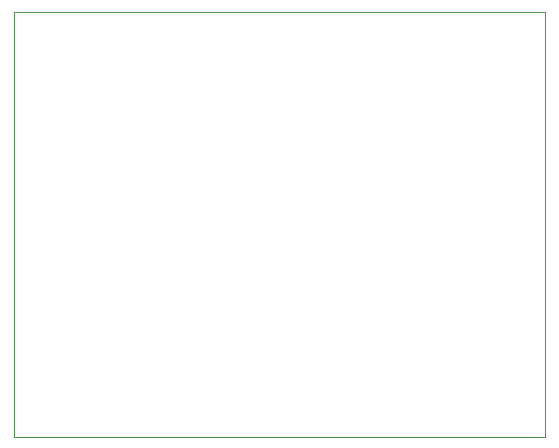
<source format=gm1>
G04 #@! TF.GenerationSoftware,KiCad,Pcbnew,7.0.8*
G04 #@! TF.CreationDate,2023-12-02T16:30:47-07:00*
G04 #@! TF.ProjectId,cansplitter,63616e73-706c-4697-9474-65722e6b6963,rev?*
G04 #@! TF.SameCoordinates,Original*
G04 #@! TF.FileFunction,Profile,NP*
%FSLAX46Y46*%
G04 Gerber Fmt 4.6, Leading zero omitted, Abs format (unit mm)*
G04 Created by KiCad (PCBNEW 7.0.8) date 2023-12-02 16:30:47*
%MOMM*%
%LPD*%
G01*
G04 APERTURE LIST*
G04 #@! TA.AperFunction,Profile*
%ADD10C,0.100000*%
G04 #@! TD*
G04 APERTURE END LIST*
D10*
X125000000Y-62000000D02*
X170000000Y-62000000D01*
X170000000Y-98000000D01*
X125000000Y-98000000D01*
X125000000Y-62000000D01*
M02*

</source>
